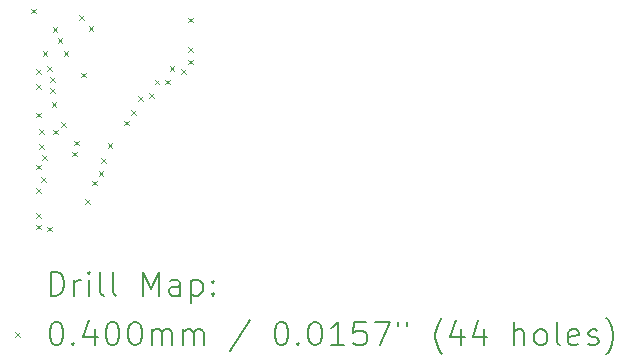
<source format=gbr>
%TF.GenerationSoftware,KiCad,Pcbnew,7.0.8*%
%TF.CreationDate,2024-02-10T12:17:20+00:00*%
%TF.ProjectId,Neptune-32x-315-5805-bypass,4e657074-756e-4652-9d33-32782d333135,rev?*%
%TF.SameCoordinates,Original*%
%TF.FileFunction,Drillmap*%
%TF.FilePolarity,Positive*%
%FSLAX45Y45*%
G04 Gerber Fmt 4.5, Leading zero omitted, Abs format (unit mm)*
G04 Created by KiCad (PCBNEW 7.0.8) date 2024-02-10 12:17:20*
%MOMM*%
%LPD*%
G01*
G04 APERTURE LIST*
%ADD10C,0.200000*%
%ADD11C,0.040000*%
G04 APERTURE END LIST*
D10*
D11*
X9797960Y-6356210D02*
X9837960Y-6396210D01*
X9837960Y-6356210D02*
X9797960Y-6396210D01*
X9839390Y-7235060D02*
X9879390Y-7275060D01*
X9879390Y-7235060D02*
X9839390Y-7275060D01*
X9839940Y-6866360D02*
X9879940Y-6906360D01*
X9879940Y-6866360D02*
X9839940Y-6906360D01*
X9839980Y-6993840D02*
X9879980Y-7033840D01*
X9879980Y-6993840D02*
X9839980Y-7033840D01*
X9840460Y-7675760D02*
X9880460Y-7715760D01*
X9880460Y-7675760D02*
X9840460Y-7715760D01*
X9841320Y-7872820D02*
X9881320Y-7912820D01*
X9881320Y-7872820D02*
X9841320Y-7912820D01*
X9841870Y-8084600D02*
X9881870Y-8124600D01*
X9881870Y-8084600D02*
X9841870Y-8124600D01*
X9842150Y-8184280D02*
X9882150Y-8224280D01*
X9882150Y-8184280D02*
X9842150Y-8224280D01*
X9865850Y-7378590D02*
X9905850Y-7418590D01*
X9905850Y-7378590D02*
X9865850Y-7418590D01*
X9866950Y-7502160D02*
X9906950Y-7542160D01*
X9906950Y-7502160D02*
X9866950Y-7542160D01*
X9881600Y-7781850D02*
X9921600Y-7821850D01*
X9921600Y-7781850D02*
X9881600Y-7821850D01*
X9890180Y-7594930D02*
X9930180Y-7634930D01*
X9930180Y-7594930D02*
X9890180Y-7634930D01*
X9895820Y-6715370D02*
X9935820Y-6755370D01*
X9935820Y-6715370D02*
X9895820Y-6755370D01*
X9932440Y-6845150D02*
X9972440Y-6885150D01*
X9972440Y-6845150D02*
X9932440Y-6885150D01*
X9935620Y-8202100D02*
X9975620Y-8242100D01*
X9975620Y-8202100D02*
X9935620Y-8242100D01*
X9958620Y-6937190D02*
X9998620Y-6977190D01*
X9998620Y-6937190D02*
X9958620Y-6977190D01*
X9962110Y-7029230D02*
X10002110Y-7069230D01*
X10002110Y-7029230D02*
X9962110Y-7069230D01*
X9972710Y-7146000D02*
X10012710Y-7186000D01*
X10012710Y-7146000D02*
X9972710Y-7186000D01*
X9981570Y-6513680D02*
X10021570Y-6553680D01*
X10021570Y-6513680D02*
X9981570Y-6553680D01*
X9985150Y-7380950D02*
X10025150Y-7420950D01*
X10025150Y-7380950D02*
X9985150Y-7420950D01*
X10023170Y-6602250D02*
X10063170Y-6642250D01*
X10063170Y-6602250D02*
X10023170Y-6642250D01*
X10052130Y-7313960D02*
X10092130Y-7353960D01*
X10092130Y-7313960D02*
X10052130Y-7353960D01*
X10074250Y-6716910D02*
X10114250Y-6756910D01*
X10114250Y-6716910D02*
X10074250Y-6756910D01*
X10147190Y-7565610D02*
X10187190Y-7605610D01*
X10187190Y-7565610D02*
X10147190Y-7605610D01*
X10162570Y-7473570D02*
X10202570Y-7513570D01*
X10202570Y-7473570D02*
X10162570Y-7513570D01*
X10207280Y-6412650D02*
X10247280Y-6452650D01*
X10247280Y-6412650D02*
X10207280Y-6452650D01*
X10225240Y-6896810D02*
X10265240Y-6936810D01*
X10265240Y-6896810D02*
X10225240Y-6936810D01*
X10257850Y-7966280D02*
X10297850Y-8006280D01*
X10297850Y-7966280D02*
X10257850Y-8006280D01*
X10287280Y-6503880D02*
X10327280Y-6543880D01*
X10327280Y-6503880D02*
X10287280Y-6543880D01*
X10317450Y-7812640D02*
X10357450Y-7852640D01*
X10357450Y-7812640D02*
X10317450Y-7852640D01*
X10370860Y-7728500D02*
X10410860Y-7768500D01*
X10410860Y-7728500D02*
X10370860Y-7768500D01*
X10395110Y-7623630D02*
X10435110Y-7663630D01*
X10435110Y-7623630D02*
X10395110Y-7663630D01*
X10447280Y-7495610D02*
X10487280Y-7535610D01*
X10487280Y-7495610D02*
X10447280Y-7535610D01*
X10584890Y-7304120D02*
X10624890Y-7344120D01*
X10624890Y-7304120D02*
X10584890Y-7344120D01*
X10643270Y-7217720D02*
X10683270Y-7257720D01*
X10683270Y-7217720D02*
X10643270Y-7257720D01*
X10708330Y-7096340D02*
X10748330Y-7136340D01*
X10748330Y-7096340D02*
X10708330Y-7136340D01*
X10800930Y-7073170D02*
X10840930Y-7113170D01*
X10840930Y-7073170D02*
X10800930Y-7113170D01*
X10844520Y-6956400D02*
X10884520Y-6996400D01*
X10884520Y-6956400D02*
X10844520Y-6996400D01*
X10936560Y-6956400D02*
X10976560Y-6996400D01*
X10976560Y-6956400D02*
X10936560Y-6996400D01*
X10972120Y-6839630D02*
X11012120Y-6879630D01*
X11012120Y-6839630D02*
X10972120Y-6879630D01*
X11071800Y-6865540D02*
X11111800Y-6905540D01*
X11111800Y-6865540D02*
X11071800Y-6905540D01*
X11130310Y-6679400D02*
X11170310Y-6719400D01*
X11170310Y-6679400D02*
X11130310Y-6719400D01*
X11131170Y-6788240D02*
X11171170Y-6828240D01*
X11171170Y-6788240D02*
X11131170Y-6828240D01*
X11131750Y-6431090D02*
X11171750Y-6471090D01*
X11171750Y-6431090D02*
X11131750Y-6471090D01*
D10*
X9965557Y-8784544D02*
X9965557Y-8584544D01*
X9965557Y-8584544D02*
X10013176Y-8584544D01*
X10013176Y-8584544D02*
X10041747Y-8594068D01*
X10041747Y-8594068D02*
X10060795Y-8613115D01*
X10060795Y-8613115D02*
X10070319Y-8632163D01*
X10070319Y-8632163D02*
X10079843Y-8670258D01*
X10079843Y-8670258D02*
X10079843Y-8698830D01*
X10079843Y-8698830D02*
X10070319Y-8736925D01*
X10070319Y-8736925D02*
X10060795Y-8755972D01*
X10060795Y-8755972D02*
X10041747Y-8775020D01*
X10041747Y-8775020D02*
X10013176Y-8784544D01*
X10013176Y-8784544D02*
X9965557Y-8784544D01*
X10165557Y-8784544D02*
X10165557Y-8651210D01*
X10165557Y-8689306D02*
X10175081Y-8670258D01*
X10175081Y-8670258D02*
X10184604Y-8660734D01*
X10184604Y-8660734D02*
X10203652Y-8651210D01*
X10203652Y-8651210D02*
X10222700Y-8651210D01*
X10289366Y-8784544D02*
X10289366Y-8651210D01*
X10289366Y-8584544D02*
X10279843Y-8594068D01*
X10279843Y-8594068D02*
X10289366Y-8603591D01*
X10289366Y-8603591D02*
X10298890Y-8594068D01*
X10298890Y-8594068D02*
X10289366Y-8584544D01*
X10289366Y-8584544D02*
X10289366Y-8603591D01*
X10413176Y-8784544D02*
X10394128Y-8775020D01*
X10394128Y-8775020D02*
X10384604Y-8755972D01*
X10384604Y-8755972D02*
X10384604Y-8584544D01*
X10517938Y-8784544D02*
X10498890Y-8775020D01*
X10498890Y-8775020D02*
X10489366Y-8755972D01*
X10489366Y-8755972D02*
X10489366Y-8584544D01*
X10746509Y-8784544D02*
X10746509Y-8584544D01*
X10746509Y-8584544D02*
X10813176Y-8727401D01*
X10813176Y-8727401D02*
X10879843Y-8584544D01*
X10879843Y-8584544D02*
X10879843Y-8784544D01*
X11060795Y-8784544D02*
X11060795Y-8679782D01*
X11060795Y-8679782D02*
X11051271Y-8660734D01*
X11051271Y-8660734D02*
X11032224Y-8651210D01*
X11032224Y-8651210D02*
X10994128Y-8651210D01*
X10994128Y-8651210D02*
X10975081Y-8660734D01*
X11060795Y-8775020D02*
X11041747Y-8784544D01*
X11041747Y-8784544D02*
X10994128Y-8784544D01*
X10994128Y-8784544D02*
X10975081Y-8775020D01*
X10975081Y-8775020D02*
X10965557Y-8755972D01*
X10965557Y-8755972D02*
X10965557Y-8736925D01*
X10965557Y-8736925D02*
X10975081Y-8717877D01*
X10975081Y-8717877D02*
X10994128Y-8708353D01*
X10994128Y-8708353D02*
X11041747Y-8708353D01*
X11041747Y-8708353D02*
X11060795Y-8698830D01*
X11156033Y-8651210D02*
X11156033Y-8851210D01*
X11156033Y-8660734D02*
X11175081Y-8651210D01*
X11175081Y-8651210D02*
X11213176Y-8651210D01*
X11213176Y-8651210D02*
X11232223Y-8660734D01*
X11232223Y-8660734D02*
X11241747Y-8670258D01*
X11241747Y-8670258D02*
X11251271Y-8689306D01*
X11251271Y-8689306D02*
X11251271Y-8746449D01*
X11251271Y-8746449D02*
X11241747Y-8765496D01*
X11241747Y-8765496D02*
X11232223Y-8775020D01*
X11232223Y-8775020D02*
X11213176Y-8784544D01*
X11213176Y-8784544D02*
X11175081Y-8784544D01*
X11175081Y-8784544D02*
X11156033Y-8775020D01*
X11336985Y-8765496D02*
X11346509Y-8775020D01*
X11346509Y-8775020D02*
X11336985Y-8784544D01*
X11336985Y-8784544D02*
X11327462Y-8775020D01*
X11327462Y-8775020D02*
X11336985Y-8765496D01*
X11336985Y-8765496D02*
X11336985Y-8784544D01*
X11336985Y-8660734D02*
X11346509Y-8670258D01*
X11346509Y-8670258D02*
X11336985Y-8679782D01*
X11336985Y-8679782D02*
X11327462Y-8670258D01*
X11327462Y-8670258D02*
X11336985Y-8660734D01*
X11336985Y-8660734D02*
X11336985Y-8679782D01*
D11*
X9664780Y-9093060D02*
X9704780Y-9133060D01*
X9704780Y-9093060D02*
X9664780Y-9133060D01*
D10*
X10003652Y-9004544D02*
X10022700Y-9004544D01*
X10022700Y-9004544D02*
X10041747Y-9014068D01*
X10041747Y-9014068D02*
X10051271Y-9023591D01*
X10051271Y-9023591D02*
X10060795Y-9042639D01*
X10060795Y-9042639D02*
X10070319Y-9080734D01*
X10070319Y-9080734D02*
X10070319Y-9128353D01*
X10070319Y-9128353D02*
X10060795Y-9166449D01*
X10060795Y-9166449D02*
X10051271Y-9185496D01*
X10051271Y-9185496D02*
X10041747Y-9195020D01*
X10041747Y-9195020D02*
X10022700Y-9204544D01*
X10022700Y-9204544D02*
X10003652Y-9204544D01*
X10003652Y-9204544D02*
X9984604Y-9195020D01*
X9984604Y-9195020D02*
X9975081Y-9185496D01*
X9975081Y-9185496D02*
X9965557Y-9166449D01*
X9965557Y-9166449D02*
X9956033Y-9128353D01*
X9956033Y-9128353D02*
X9956033Y-9080734D01*
X9956033Y-9080734D02*
X9965557Y-9042639D01*
X9965557Y-9042639D02*
X9975081Y-9023591D01*
X9975081Y-9023591D02*
X9984604Y-9014068D01*
X9984604Y-9014068D02*
X10003652Y-9004544D01*
X10156033Y-9185496D02*
X10165557Y-9195020D01*
X10165557Y-9195020D02*
X10156033Y-9204544D01*
X10156033Y-9204544D02*
X10146509Y-9195020D01*
X10146509Y-9195020D02*
X10156033Y-9185496D01*
X10156033Y-9185496D02*
X10156033Y-9204544D01*
X10336985Y-9071210D02*
X10336985Y-9204544D01*
X10289366Y-8995020D02*
X10241747Y-9137877D01*
X10241747Y-9137877D02*
X10365557Y-9137877D01*
X10479843Y-9004544D02*
X10498890Y-9004544D01*
X10498890Y-9004544D02*
X10517938Y-9014068D01*
X10517938Y-9014068D02*
X10527462Y-9023591D01*
X10527462Y-9023591D02*
X10536985Y-9042639D01*
X10536985Y-9042639D02*
X10546509Y-9080734D01*
X10546509Y-9080734D02*
X10546509Y-9128353D01*
X10546509Y-9128353D02*
X10536985Y-9166449D01*
X10536985Y-9166449D02*
X10527462Y-9185496D01*
X10527462Y-9185496D02*
X10517938Y-9195020D01*
X10517938Y-9195020D02*
X10498890Y-9204544D01*
X10498890Y-9204544D02*
X10479843Y-9204544D01*
X10479843Y-9204544D02*
X10460795Y-9195020D01*
X10460795Y-9195020D02*
X10451271Y-9185496D01*
X10451271Y-9185496D02*
X10441747Y-9166449D01*
X10441747Y-9166449D02*
X10432224Y-9128353D01*
X10432224Y-9128353D02*
X10432224Y-9080734D01*
X10432224Y-9080734D02*
X10441747Y-9042639D01*
X10441747Y-9042639D02*
X10451271Y-9023591D01*
X10451271Y-9023591D02*
X10460795Y-9014068D01*
X10460795Y-9014068D02*
X10479843Y-9004544D01*
X10670319Y-9004544D02*
X10689366Y-9004544D01*
X10689366Y-9004544D02*
X10708414Y-9014068D01*
X10708414Y-9014068D02*
X10717938Y-9023591D01*
X10717938Y-9023591D02*
X10727462Y-9042639D01*
X10727462Y-9042639D02*
X10736985Y-9080734D01*
X10736985Y-9080734D02*
X10736985Y-9128353D01*
X10736985Y-9128353D02*
X10727462Y-9166449D01*
X10727462Y-9166449D02*
X10717938Y-9185496D01*
X10717938Y-9185496D02*
X10708414Y-9195020D01*
X10708414Y-9195020D02*
X10689366Y-9204544D01*
X10689366Y-9204544D02*
X10670319Y-9204544D01*
X10670319Y-9204544D02*
X10651271Y-9195020D01*
X10651271Y-9195020D02*
X10641747Y-9185496D01*
X10641747Y-9185496D02*
X10632224Y-9166449D01*
X10632224Y-9166449D02*
X10622700Y-9128353D01*
X10622700Y-9128353D02*
X10622700Y-9080734D01*
X10622700Y-9080734D02*
X10632224Y-9042639D01*
X10632224Y-9042639D02*
X10641747Y-9023591D01*
X10641747Y-9023591D02*
X10651271Y-9014068D01*
X10651271Y-9014068D02*
X10670319Y-9004544D01*
X10822700Y-9204544D02*
X10822700Y-9071210D01*
X10822700Y-9090258D02*
X10832224Y-9080734D01*
X10832224Y-9080734D02*
X10851271Y-9071210D01*
X10851271Y-9071210D02*
X10879843Y-9071210D01*
X10879843Y-9071210D02*
X10898890Y-9080734D01*
X10898890Y-9080734D02*
X10908414Y-9099782D01*
X10908414Y-9099782D02*
X10908414Y-9204544D01*
X10908414Y-9099782D02*
X10917938Y-9080734D01*
X10917938Y-9080734D02*
X10936985Y-9071210D01*
X10936985Y-9071210D02*
X10965557Y-9071210D01*
X10965557Y-9071210D02*
X10984605Y-9080734D01*
X10984605Y-9080734D02*
X10994128Y-9099782D01*
X10994128Y-9099782D02*
X10994128Y-9204544D01*
X11089366Y-9204544D02*
X11089366Y-9071210D01*
X11089366Y-9090258D02*
X11098890Y-9080734D01*
X11098890Y-9080734D02*
X11117938Y-9071210D01*
X11117938Y-9071210D02*
X11146509Y-9071210D01*
X11146509Y-9071210D02*
X11165557Y-9080734D01*
X11165557Y-9080734D02*
X11175081Y-9099782D01*
X11175081Y-9099782D02*
X11175081Y-9204544D01*
X11175081Y-9099782D02*
X11184605Y-9080734D01*
X11184605Y-9080734D02*
X11203652Y-9071210D01*
X11203652Y-9071210D02*
X11232223Y-9071210D01*
X11232223Y-9071210D02*
X11251271Y-9080734D01*
X11251271Y-9080734D02*
X11260795Y-9099782D01*
X11260795Y-9099782D02*
X11260795Y-9204544D01*
X11651271Y-8995020D02*
X11479843Y-9252163D01*
X11908414Y-9004544D02*
X11927462Y-9004544D01*
X11927462Y-9004544D02*
X11946509Y-9014068D01*
X11946509Y-9014068D02*
X11956033Y-9023591D01*
X11956033Y-9023591D02*
X11965557Y-9042639D01*
X11965557Y-9042639D02*
X11975081Y-9080734D01*
X11975081Y-9080734D02*
X11975081Y-9128353D01*
X11975081Y-9128353D02*
X11965557Y-9166449D01*
X11965557Y-9166449D02*
X11956033Y-9185496D01*
X11956033Y-9185496D02*
X11946509Y-9195020D01*
X11946509Y-9195020D02*
X11927462Y-9204544D01*
X11927462Y-9204544D02*
X11908414Y-9204544D01*
X11908414Y-9204544D02*
X11889366Y-9195020D01*
X11889366Y-9195020D02*
X11879843Y-9185496D01*
X11879843Y-9185496D02*
X11870319Y-9166449D01*
X11870319Y-9166449D02*
X11860795Y-9128353D01*
X11860795Y-9128353D02*
X11860795Y-9080734D01*
X11860795Y-9080734D02*
X11870319Y-9042639D01*
X11870319Y-9042639D02*
X11879843Y-9023591D01*
X11879843Y-9023591D02*
X11889366Y-9014068D01*
X11889366Y-9014068D02*
X11908414Y-9004544D01*
X12060795Y-9185496D02*
X12070319Y-9195020D01*
X12070319Y-9195020D02*
X12060795Y-9204544D01*
X12060795Y-9204544D02*
X12051271Y-9195020D01*
X12051271Y-9195020D02*
X12060795Y-9185496D01*
X12060795Y-9185496D02*
X12060795Y-9204544D01*
X12194128Y-9004544D02*
X12213176Y-9004544D01*
X12213176Y-9004544D02*
X12232224Y-9014068D01*
X12232224Y-9014068D02*
X12241747Y-9023591D01*
X12241747Y-9023591D02*
X12251271Y-9042639D01*
X12251271Y-9042639D02*
X12260795Y-9080734D01*
X12260795Y-9080734D02*
X12260795Y-9128353D01*
X12260795Y-9128353D02*
X12251271Y-9166449D01*
X12251271Y-9166449D02*
X12241747Y-9185496D01*
X12241747Y-9185496D02*
X12232224Y-9195020D01*
X12232224Y-9195020D02*
X12213176Y-9204544D01*
X12213176Y-9204544D02*
X12194128Y-9204544D01*
X12194128Y-9204544D02*
X12175081Y-9195020D01*
X12175081Y-9195020D02*
X12165557Y-9185496D01*
X12165557Y-9185496D02*
X12156033Y-9166449D01*
X12156033Y-9166449D02*
X12146509Y-9128353D01*
X12146509Y-9128353D02*
X12146509Y-9080734D01*
X12146509Y-9080734D02*
X12156033Y-9042639D01*
X12156033Y-9042639D02*
X12165557Y-9023591D01*
X12165557Y-9023591D02*
X12175081Y-9014068D01*
X12175081Y-9014068D02*
X12194128Y-9004544D01*
X12451271Y-9204544D02*
X12336986Y-9204544D01*
X12394128Y-9204544D02*
X12394128Y-9004544D01*
X12394128Y-9004544D02*
X12375081Y-9033115D01*
X12375081Y-9033115D02*
X12356033Y-9052163D01*
X12356033Y-9052163D02*
X12336986Y-9061687D01*
X12632224Y-9004544D02*
X12536986Y-9004544D01*
X12536986Y-9004544D02*
X12527462Y-9099782D01*
X12527462Y-9099782D02*
X12536986Y-9090258D01*
X12536986Y-9090258D02*
X12556033Y-9080734D01*
X12556033Y-9080734D02*
X12603652Y-9080734D01*
X12603652Y-9080734D02*
X12622700Y-9090258D01*
X12622700Y-9090258D02*
X12632224Y-9099782D01*
X12632224Y-9099782D02*
X12641747Y-9118830D01*
X12641747Y-9118830D02*
X12641747Y-9166449D01*
X12641747Y-9166449D02*
X12632224Y-9185496D01*
X12632224Y-9185496D02*
X12622700Y-9195020D01*
X12622700Y-9195020D02*
X12603652Y-9204544D01*
X12603652Y-9204544D02*
X12556033Y-9204544D01*
X12556033Y-9204544D02*
X12536986Y-9195020D01*
X12536986Y-9195020D02*
X12527462Y-9185496D01*
X12708414Y-9004544D02*
X12841747Y-9004544D01*
X12841747Y-9004544D02*
X12756033Y-9204544D01*
X12908414Y-9004544D02*
X12908414Y-9042639D01*
X12984605Y-9004544D02*
X12984605Y-9042639D01*
X13279843Y-9280734D02*
X13270319Y-9271210D01*
X13270319Y-9271210D02*
X13251271Y-9242639D01*
X13251271Y-9242639D02*
X13241748Y-9223591D01*
X13241748Y-9223591D02*
X13232224Y-9195020D01*
X13232224Y-9195020D02*
X13222700Y-9147401D01*
X13222700Y-9147401D02*
X13222700Y-9109306D01*
X13222700Y-9109306D02*
X13232224Y-9061687D01*
X13232224Y-9061687D02*
X13241748Y-9033115D01*
X13241748Y-9033115D02*
X13251271Y-9014068D01*
X13251271Y-9014068D02*
X13270319Y-8985496D01*
X13270319Y-8985496D02*
X13279843Y-8975972D01*
X13441748Y-9071210D02*
X13441748Y-9204544D01*
X13394128Y-8995020D02*
X13346509Y-9137877D01*
X13346509Y-9137877D02*
X13470319Y-9137877D01*
X13632224Y-9071210D02*
X13632224Y-9204544D01*
X13584605Y-8995020D02*
X13536986Y-9137877D01*
X13536986Y-9137877D02*
X13660795Y-9137877D01*
X13889367Y-9204544D02*
X13889367Y-9004544D01*
X13975081Y-9204544D02*
X13975081Y-9099782D01*
X13975081Y-9099782D02*
X13965557Y-9080734D01*
X13965557Y-9080734D02*
X13946510Y-9071210D01*
X13946510Y-9071210D02*
X13917938Y-9071210D01*
X13917938Y-9071210D02*
X13898890Y-9080734D01*
X13898890Y-9080734D02*
X13889367Y-9090258D01*
X14098890Y-9204544D02*
X14079843Y-9195020D01*
X14079843Y-9195020D02*
X14070319Y-9185496D01*
X14070319Y-9185496D02*
X14060795Y-9166449D01*
X14060795Y-9166449D02*
X14060795Y-9109306D01*
X14060795Y-9109306D02*
X14070319Y-9090258D01*
X14070319Y-9090258D02*
X14079843Y-9080734D01*
X14079843Y-9080734D02*
X14098890Y-9071210D01*
X14098890Y-9071210D02*
X14127462Y-9071210D01*
X14127462Y-9071210D02*
X14146510Y-9080734D01*
X14146510Y-9080734D02*
X14156033Y-9090258D01*
X14156033Y-9090258D02*
X14165557Y-9109306D01*
X14165557Y-9109306D02*
X14165557Y-9166449D01*
X14165557Y-9166449D02*
X14156033Y-9185496D01*
X14156033Y-9185496D02*
X14146510Y-9195020D01*
X14146510Y-9195020D02*
X14127462Y-9204544D01*
X14127462Y-9204544D02*
X14098890Y-9204544D01*
X14279843Y-9204544D02*
X14260795Y-9195020D01*
X14260795Y-9195020D02*
X14251271Y-9175972D01*
X14251271Y-9175972D02*
X14251271Y-9004544D01*
X14432224Y-9195020D02*
X14413176Y-9204544D01*
X14413176Y-9204544D02*
X14375081Y-9204544D01*
X14375081Y-9204544D02*
X14356033Y-9195020D01*
X14356033Y-9195020D02*
X14346510Y-9175972D01*
X14346510Y-9175972D02*
X14346510Y-9099782D01*
X14346510Y-9099782D02*
X14356033Y-9080734D01*
X14356033Y-9080734D02*
X14375081Y-9071210D01*
X14375081Y-9071210D02*
X14413176Y-9071210D01*
X14413176Y-9071210D02*
X14432224Y-9080734D01*
X14432224Y-9080734D02*
X14441748Y-9099782D01*
X14441748Y-9099782D02*
X14441748Y-9118830D01*
X14441748Y-9118830D02*
X14346510Y-9137877D01*
X14517938Y-9195020D02*
X14536986Y-9204544D01*
X14536986Y-9204544D02*
X14575081Y-9204544D01*
X14575081Y-9204544D02*
X14594129Y-9195020D01*
X14594129Y-9195020D02*
X14603652Y-9175972D01*
X14603652Y-9175972D02*
X14603652Y-9166449D01*
X14603652Y-9166449D02*
X14594129Y-9147401D01*
X14594129Y-9147401D02*
X14575081Y-9137877D01*
X14575081Y-9137877D02*
X14546510Y-9137877D01*
X14546510Y-9137877D02*
X14527462Y-9128353D01*
X14527462Y-9128353D02*
X14517938Y-9109306D01*
X14517938Y-9109306D02*
X14517938Y-9099782D01*
X14517938Y-9099782D02*
X14527462Y-9080734D01*
X14527462Y-9080734D02*
X14546510Y-9071210D01*
X14546510Y-9071210D02*
X14575081Y-9071210D01*
X14575081Y-9071210D02*
X14594129Y-9080734D01*
X14670319Y-9280734D02*
X14679843Y-9271210D01*
X14679843Y-9271210D02*
X14698891Y-9242639D01*
X14698891Y-9242639D02*
X14708414Y-9223591D01*
X14708414Y-9223591D02*
X14717938Y-9195020D01*
X14717938Y-9195020D02*
X14727462Y-9147401D01*
X14727462Y-9147401D02*
X14727462Y-9109306D01*
X14727462Y-9109306D02*
X14717938Y-9061687D01*
X14717938Y-9061687D02*
X14708414Y-9033115D01*
X14708414Y-9033115D02*
X14698891Y-9014068D01*
X14698891Y-9014068D02*
X14679843Y-8985496D01*
X14679843Y-8985496D02*
X14670319Y-8975972D01*
M02*

</source>
